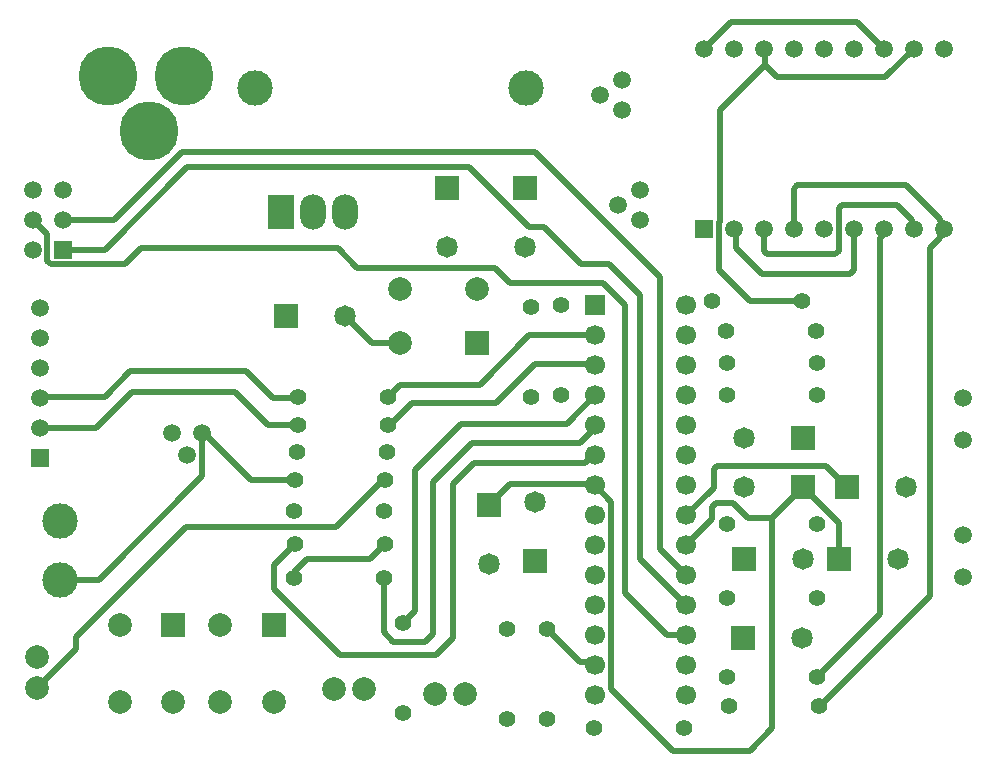
<source format=gbl>
G04*
G04 #@! TF.GenerationSoftware,Altium Limited,Altium Designer,20.0.12 (288)*
G04*
G04 Layer_Physical_Order=2*
G04 Layer_Color=16711680*
%FSLAX44Y44*%
%MOMM*%
G71*
G01*
G75*
%ADD31C,0.5080*%
%ADD32R,1.5000X1.5000*%
%ADD33C,1.5000*%
%ADD34C,3.0000*%
%ADD35R,2.2000X3.0000*%
%ADD36O,2.2000X3.0000*%
%ADD37R,1.5000X1.5000*%
%ADD38R,2.0000X2.0000*%
%ADD39C,1.8200*%
%ADD40R,2.0000X2.0000*%
%ADD41C,2.0000*%
%ADD42C,1.7000*%
%ADD43R,1.7000X1.7000*%
%ADD44C,5.0000*%
%ADD45C,1.4000*%
D31*
X625310Y982980D02*
X648170Y960120D01*
X671600D01*
X1120140Y745490D02*
Y1040130D01*
X1132281Y1053937D02*
Y1059306D01*
X1027430Y652780D02*
X1120140Y745490D01*
X1026160Y652780D02*
X1027430D01*
X967740Y995680D02*
X1012190D01*
X1078230Y730660D02*
Y1048685D01*
X1024890Y677320D02*
X1078230Y730660D01*
X1120140Y1040130D02*
X1128845Y1048835D01*
Y1050500D01*
X1132281Y1053937D01*
X941901Y1021519D02*
X967740Y995680D01*
X941901Y1021519D02*
Y1061832D01*
X942340Y1062271D01*
Y1156970D01*
X980440Y1195070D01*
X1078230Y1048685D02*
X1079583Y1050039D01*
Y1054723D01*
X1081481Y1056621D01*
X1046237Y1076960D02*
X1092200D01*
X1008257Y1093470D02*
X1099820D01*
X1082770Y1184910D02*
X1106881Y1209021D01*
X990600Y1184910D02*
X1082770D01*
X980440Y1195070D02*
X990600Y1184910D01*
X843280Y1010920D02*
X862330Y991870D01*
X764540Y1010920D02*
X843280D01*
X848521Y1026833D02*
X875030Y1000324D01*
X956379Y1040061D02*
Y1054723D01*
Y1040061D02*
X977900Y1018540D01*
X891540Y785660D02*
Y1015564D01*
X982857Y1035050D02*
X1040285D01*
X979881Y1038026D02*
X982857Y1035050D01*
X979881Y1038026D02*
Y1056621D01*
X875030Y776770D02*
Y1000324D01*
X785694Y1121410D02*
X891540Y1015564D01*
X824827Y1026833D02*
X848521D01*
X862330Y748030D02*
Y991870D01*
X977900Y1018540D02*
X1053105D01*
X386080Y1038860D02*
X421640D01*
X491490Y1108710D02*
X730250D01*
X421640Y1038860D02*
X491490Y1108710D01*
X438864Y1026280D02*
X452714Y1040130D01*
X619064D01*
X376476Y1026280D02*
X438864D01*
X619064Y1040130D02*
X635574Y1023620D01*
X414020Y887730D02*
X444500Y918210D01*
X532130D02*
X560070Y890270D01*
X444500Y918210D02*
X532130D01*
X657259Y843949D02*
X659130D01*
X617220Y803910D02*
X657259Y843949D01*
X490220Y803910D02*
X617220D01*
X397210Y710900D02*
X490220Y803910D01*
X397210Y700440D02*
Y710900D01*
X364490Y667720D02*
X397210Y700440D01*
X541020Y935990D02*
X563880Y913130D01*
X421640Y914400D02*
X443230Y935990D01*
X541020D01*
X367030Y913130D02*
X368300Y914400D01*
X421640D01*
X367030Y887730D02*
X414020D01*
X416560Y759460D02*
X504190Y847090D01*
X383540Y759460D02*
X416560D01*
X560070Y890270D02*
X585470D01*
X504190Y847090D02*
Y883920D01*
X986790Y811530D02*
X987019D01*
X966470D02*
X986790D01*
X504190Y883920D02*
X505460D01*
X545431Y843949D02*
X582930D01*
X505460Y883920D02*
X545431Y843949D01*
X373260Y1029496D02*
X376476Y1026280D01*
X373260Y1029496D02*
Y1051680D01*
X360680Y1064260D02*
X373260Y1051680D01*
X487045Y1121410D02*
X502920D01*
X429895Y1064260D02*
X487045Y1121410D01*
X386080Y1064260D02*
X429895D01*
X902970Y614680D02*
X967740D01*
X986790Y633730D02*
Y811530D01*
X967740Y614680D02*
X986790Y633730D01*
X1043070Y777240D02*
Y807561D01*
X1013060Y837571D02*
X1043070Y807561D01*
X938966Y824230D02*
X953770D01*
X966470Y811530D01*
X935990Y810730D02*
Y821254D01*
X938966Y824230D01*
X913930Y788670D02*
X935990Y810730D01*
X987019Y811530D02*
X1013060Y837571D01*
X1032040Y855980D02*
X1049820Y838200D01*
X940236Y855980D02*
X1032040D01*
X937260Y837400D02*
Y853004D01*
X940236Y855980D01*
X913930Y814070D02*
X937260Y837400D01*
X662940Y890270D02*
X681990Y909320D01*
X661670Y890270D02*
X662940D01*
X681990Y909320D02*
X753110D01*
X786130Y942340D01*
X835660D01*
X836930Y941070D01*
X699770Y842010D02*
X732790Y875030D01*
X692984Y706954D02*
X699770Y713740D01*
Y842010D01*
X674370Y722630D02*
X684530Y732790D01*
Y852350D02*
X723719Y891540D01*
X684530Y732790D02*
Y852350D01*
X661670Y914400D02*
X671830Y924560D01*
X739140D01*
X781050Y966470D01*
X836930D01*
X812800Y891540D02*
X836930Y915670D01*
X723719Y891540D02*
X812800D01*
X584200Y913130D02*
X585470Y914400D01*
X563880Y913130D02*
X584200D01*
X836930Y839470D02*
X850815Y825585D01*
X835660Y840740D02*
X836930Y839470D01*
X502920Y1121410D02*
X785694Y1121410D01*
X635574Y1023620D02*
X751840D01*
X764540Y1010920D01*
X913850Y712550D02*
X913930Y712470D01*
X897810Y712550D02*
X913850D01*
X862330Y748030D02*
X897810Y712550D01*
X875030Y776770D02*
X913930Y737870D01*
X891540Y785660D02*
X913930Y763270D01*
X730250Y1108710D02*
X781050Y1057910D01*
X793750D02*
X824827Y1026833D01*
X781050Y1057910D02*
X793750D01*
X850815Y666835D02*
Y825585D01*
Y666835D02*
X902970Y614680D01*
X665916Y706954D02*
X692984D01*
X657860Y715010D02*
X665916Y706954D01*
X657860Y715010D02*
Y760730D01*
X621030Y695960D02*
X702310D01*
X598170Y718820D02*
X621030Y695960D01*
X702310D02*
X716280Y709930D01*
Y840740D02*
X734060Y858520D01*
X834344Y864870D02*
X836930D01*
X827994Y858520D02*
X834344Y864870D01*
X734060Y858520D02*
X827994D01*
X732790Y875030D02*
X824230D01*
X836930Y887730D01*
X565150Y772160D02*
X582930Y789940D01*
X565150Y751840D02*
Y772160D01*
Y751840D02*
X598170Y718820D01*
X598170D01*
X581660Y765810D02*
X593090Y777240D01*
X646430D01*
X659130Y789940D01*
X716280Y709930D02*
Y840740D01*
X746760Y822560D02*
X764940Y840740D01*
X835660D01*
X836930Y887730D02*
Y890270D01*
X951960Y1231900D02*
X1058603D01*
X1081481Y1209021D02*
Y1209021D01*
X1058603Y1231900D02*
X1081481Y1209021D01*
X929081Y1209021D02*
X951960Y1231900D01*
X1056081Y1021516D02*
Y1056621D01*
X1053105Y1018540D02*
X1056081Y1021516D01*
X1043261Y1038026D02*
Y1073984D01*
X1040285Y1035050D02*
X1043261Y1038026D01*
X979881Y1209021D02*
X980440Y1208463D01*
Y1195070D02*
Y1208463D01*
X954481Y1056621D02*
X956379Y1054723D01*
X1043261Y1073984D02*
X1046237Y1076960D01*
X1104983Y1058519D02*
X1106881Y1056621D01*
X1104983Y1058519D02*
Y1064177D01*
X1092200Y1076960D02*
X1104983Y1064177D01*
X1005281Y1056621D02*
Y1090494D01*
X1008257Y1093470D01*
X1099820D02*
X1128864Y1064426D01*
Y1062723D02*
X1132281Y1059306D01*
X1128864Y1062723D02*
Y1064426D01*
X979881Y1209021D02*
X980901Y1210041D01*
X799204Y715384D02*
X800100Y716280D01*
X799204Y714636D02*
Y715384D01*
Y714636D02*
X824489Y689351D01*
X834649D01*
X836930Y687070D01*
X796290Y717550D02*
X798830D01*
X800100Y716280D01*
D32*
X367030Y862330D02*
D03*
X386080Y1038860D02*
D03*
D33*
X367030Y887730D02*
D03*
Y913130D02*
D03*
Y938530D02*
D03*
Y963930D02*
D03*
Y989330D02*
D03*
X954481Y1056621D02*
D03*
X979881D02*
D03*
X1005281D02*
D03*
X1030681D02*
D03*
X1056081D02*
D03*
X1081481D02*
D03*
X1106881D02*
D03*
X1132281D02*
D03*
Y1209021D02*
D03*
X1106881D02*
D03*
X1081481D02*
D03*
X1056081D02*
D03*
X1030681D02*
D03*
X1005281D02*
D03*
X979881D02*
D03*
X954481D02*
D03*
X929081D02*
D03*
X875030Y1064260D02*
D03*
X855980Y1076960D02*
D03*
X875030Y1089660D02*
D03*
X859790Y1156970D02*
D03*
X840740Y1169670D02*
D03*
X859790Y1182370D02*
D03*
X478790Y883920D02*
D03*
X491490Y864870D02*
D03*
X504190Y883920D02*
D03*
X1148398Y796813D02*
D03*
Y761313D02*
D03*
X1148080Y877770D02*
D03*
Y913270D02*
D03*
X360680Y1089660D02*
D03*
X386080D02*
D03*
X360680Y1064260D02*
D03*
X386080D02*
D03*
X360680Y1038860D02*
D03*
D34*
X383540Y809460D02*
D03*
Y759460D02*
D03*
X548670Y1176020D02*
D03*
X778670D02*
D03*
D35*
X571170Y1070610D02*
D03*
D36*
X598170D02*
D03*
X625170D02*
D03*
D37*
X929081Y1056621D02*
D03*
D38*
X575310Y982980D02*
D03*
X1013060Y879262D02*
D03*
X961790Y710326D02*
D03*
X1013060Y837571D02*
D03*
X963060Y777240D02*
D03*
X1043070D02*
D03*
X1049820Y838200D02*
D03*
X736600Y960120D02*
D03*
D39*
X625310Y982980D02*
D03*
X963060Y879262D02*
D03*
X1011790Y710326D02*
D03*
X711200Y1040930D02*
D03*
X777240D02*
D03*
X963060Y837571D02*
D03*
X1013060Y777240D02*
D03*
X746760Y772560D02*
D03*
X786130Y825100D02*
D03*
X1093070Y777240D02*
D03*
X1099820Y838200D02*
D03*
D40*
X711200Y1090930D02*
D03*
X777240D02*
D03*
X746760Y822560D02*
D03*
X786130Y775100D02*
D03*
X564790Y720840D02*
D03*
X479700D02*
D03*
D41*
X736600Y1005120D02*
D03*
X671600Y960120D02*
D03*
Y1005120D02*
D03*
X519790Y720840D02*
D03*
X564790Y655840D02*
D03*
X519790D02*
D03*
X434700Y720840D02*
D03*
X479700Y655840D02*
D03*
X434700D02*
D03*
X364490Y693720D02*
D03*
Y667720D02*
D03*
X641650Y666750D02*
D03*
X615650D02*
D03*
X727040Y662940D02*
D03*
X701040D02*
D03*
D42*
X913930Y661670D02*
D03*
Y687070D02*
D03*
Y712470D02*
D03*
Y737870D02*
D03*
Y763270D02*
D03*
Y788670D02*
D03*
Y814070D02*
D03*
Y839470D02*
D03*
Y864870D02*
D03*
Y890270D02*
D03*
Y915670D02*
D03*
Y941070D02*
D03*
Y966470D02*
D03*
Y991870D02*
D03*
X836930Y661670D02*
D03*
Y687070D02*
D03*
Y712470D02*
D03*
Y737870D02*
D03*
Y763270D02*
D03*
Y788670D02*
D03*
Y814070D02*
D03*
Y839470D02*
D03*
Y864870D02*
D03*
Y890270D02*
D03*
Y915670D02*
D03*
Y941070D02*
D03*
Y966470D02*
D03*
D43*
Y991870D02*
D03*
D44*
X459180Y1139180D02*
D03*
X424180Y1186180D02*
D03*
X489180D02*
D03*
D45*
X661670Y890270D02*
D03*
X585470D02*
D03*
X584200Y867410D02*
D03*
X660400D02*
D03*
X661670Y914400D02*
D03*
X585470D02*
D03*
X582930Y843949D02*
D03*
X659130D02*
D03*
Y789940D02*
D03*
X582930D02*
D03*
X657860Y817324D02*
D03*
X581660D02*
D03*
X1024890Y744091D02*
D03*
X948690D02*
D03*
X1024890Y806302D02*
D03*
X948690D02*
D03*
X782320Y914400D02*
D03*
Y990600D02*
D03*
X807720Y915670D02*
D03*
Y991870D02*
D03*
X949960Y652780D02*
D03*
X1026160D02*
D03*
X948690Y677320D02*
D03*
X1024890D02*
D03*
X796290Y717550D02*
D03*
Y641350D02*
D03*
X835660Y633730D02*
D03*
X911860D02*
D03*
X948690Y915416D02*
D03*
X1024890D02*
D03*
X948690Y943102D02*
D03*
X1024890D02*
D03*
X947420Y969810D02*
D03*
X1023620D02*
D03*
X935990Y995680D02*
D03*
X1012190D02*
D03*
X762000Y641350D02*
D03*
Y717550D02*
D03*
X657860Y760730D02*
D03*
X581660D02*
D03*
X674370Y646430D02*
D03*
Y722630D02*
D03*
M02*

</source>
